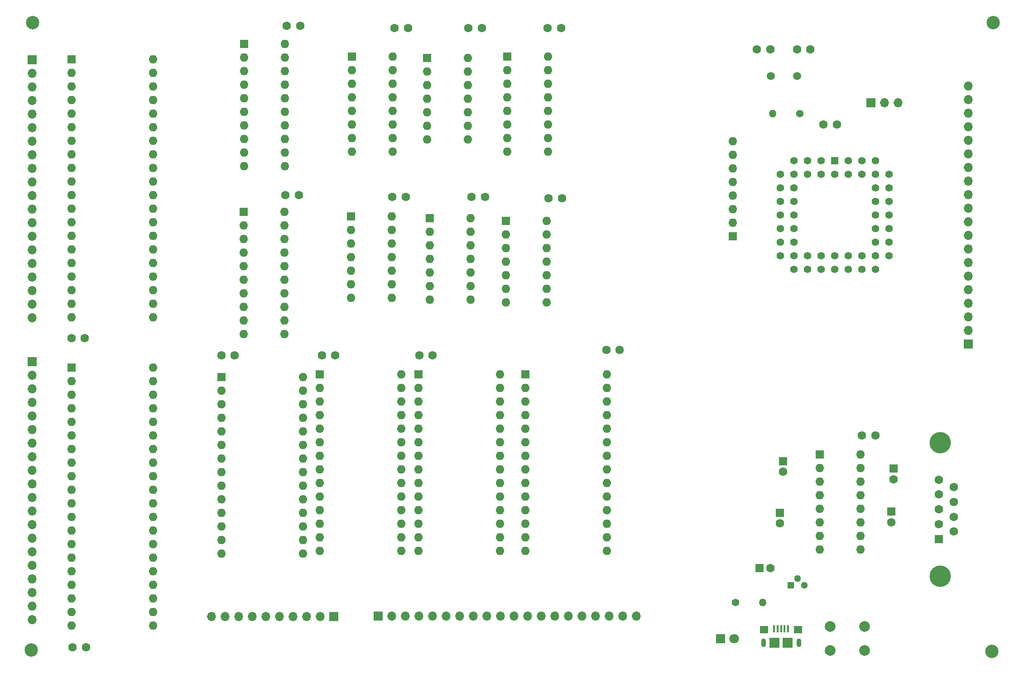
<source format=gbr>
%TF.GenerationSoftware,KiCad,Pcbnew,6.0.2+dfsg-1*%
%TF.CreationDate,2022-08-31T22:20:19-04:00*%
%TF.ProjectId,68hc11,36386863-3131-42e6-9b69-6361645f7063,1.03*%
%TF.SameCoordinates,Original*%
%TF.FileFunction,Soldermask,Top*%
%TF.FilePolarity,Negative*%
%FSLAX46Y46*%
G04 Gerber Fmt 4.6, Leading zero omitted, Abs format (unit mm)*
G04 Created by KiCad (PCBNEW 6.0.2+dfsg-1) date 2022-08-31 22:20:19*
%MOMM*%
%LPD*%
G01*
G04 APERTURE LIST*
%ADD10C,2.500000*%
%ADD11C,1.600000*%
%ADD12R,1.600000X1.600000*%
%ADD13O,1.600000X1.600000*%
%ADD14R,1.700000X1.700000*%
%ADD15O,1.700000X1.700000*%
%ADD16C,1.400000*%
%ADD17O,1.400000X1.400000*%
%ADD18R,0.400000X1.350000*%
%ADD19R,1.600000X1.400000*%
%ADD20O,0.900000X1.600000*%
%ADD21R,1.900000X1.900000*%
%ADD22R,1.422400X1.422400*%
%ADD23C,1.422400*%
%ADD24C,2.000000*%
%ADD25C,4.000000*%
%ADD26C,1.500000*%
%ADD27R,1.300000X1.300000*%
%ADD28C,1.300000*%
%ADD29R,1.800000X1.800000*%
%ADD30C,1.800000*%
G04 APERTURE END LIST*
D10*
%TO.C,H4*%
X34798000Y-146304000D03*
%TD*%
%TO.C,H3*%
X214376000Y-146558000D03*
%TD*%
%TO.C,H2*%
X214630000Y-28956000D03*
%TD*%
%TO.C,H1*%
X35052000Y-28956000D03*
%TD*%
D11*
%TO.C,C23*%
X42550000Y-145800000D03*
X45050000Y-145800000D03*
%TD*%
D12*
%TO.C,U8*%
X127200000Y-94800000D03*
D13*
X127200000Y-97340000D03*
X127200000Y-99880000D03*
X127200000Y-102420000D03*
X127200000Y-104960000D03*
X127200000Y-107500000D03*
X127200000Y-110040000D03*
X127200000Y-112580000D03*
X127200000Y-115120000D03*
X127200000Y-117660000D03*
X127200000Y-120200000D03*
X127200000Y-122740000D03*
X127200000Y-125280000D03*
X127200000Y-127820000D03*
X142440000Y-127820000D03*
X142440000Y-125280000D03*
X142440000Y-122740000D03*
X142440000Y-120200000D03*
X142440000Y-117660000D03*
X142440000Y-115120000D03*
X142440000Y-112580000D03*
X142440000Y-110040000D03*
X142440000Y-107500000D03*
X142440000Y-104960000D03*
X142440000Y-102420000D03*
X142440000Y-99880000D03*
X142440000Y-97340000D03*
X142440000Y-94800000D03*
%TD*%
D11*
%TO.C,C12*%
X178000000Y-34000000D03*
X180500000Y-34000000D03*
%TD*%
D14*
%TO.C,JP4*%
X191800000Y-44000000D03*
D15*
X194340000Y-44000000D03*
X196880000Y-44000000D03*
%TD*%
D11*
%TO.C,C5*%
X182950000Y-48000000D03*
X185450000Y-48000000D03*
%TD*%
D12*
%TO.C,U7*%
X107200000Y-94800000D03*
D13*
X107200000Y-97340000D03*
X107200000Y-99880000D03*
X107200000Y-102420000D03*
X107200000Y-104960000D03*
X107200000Y-107500000D03*
X107200000Y-110040000D03*
X107200000Y-112580000D03*
X107200000Y-115120000D03*
X107200000Y-117660000D03*
X107200000Y-120200000D03*
X107200000Y-122740000D03*
X107200000Y-125280000D03*
X107200000Y-127820000D03*
X122440000Y-127820000D03*
X122440000Y-125280000D03*
X122440000Y-122740000D03*
X122440000Y-120200000D03*
X122440000Y-117660000D03*
X122440000Y-115120000D03*
X122440000Y-112580000D03*
X122440000Y-110040000D03*
X122440000Y-107500000D03*
X122440000Y-104960000D03*
X122440000Y-102420000D03*
X122440000Y-99880000D03*
X122440000Y-97340000D03*
X122440000Y-94800000D03*
%TD*%
D14*
%TO.C,J11*%
X99680000Y-140000000D03*
D15*
X102220000Y-140000000D03*
X104760000Y-140000000D03*
X107300000Y-140000000D03*
X109840000Y-140000000D03*
X112380000Y-140000000D03*
X114920000Y-140000000D03*
X117460000Y-140000000D03*
X120000000Y-140000000D03*
X122540000Y-140000000D03*
X125080000Y-140000000D03*
X127620000Y-140000000D03*
X130160000Y-140000000D03*
X132700000Y-140000000D03*
X135240000Y-140000000D03*
X137780000Y-140000000D03*
X140320000Y-140000000D03*
X142860000Y-140000000D03*
X145400000Y-140000000D03*
X147940000Y-140000000D03*
%TD*%
D11*
%TO.C,C4*%
X82600000Y-29600000D03*
X85100000Y-29600000D03*
%TD*%
%TO.C,C19*%
X117150000Y-61600000D03*
X119650000Y-61600000D03*
%TD*%
%TO.C,C10*%
X102750000Y-30000000D03*
X105250000Y-30000000D03*
%TD*%
%TO.C,C9*%
X190150000Y-106200000D03*
X192650000Y-106200000D03*
%TD*%
D12*
%TO.C,U12*%
X108800000Y-35575000D03*
D13*
X108800000Y-38115000D03*
X108800000Y-40655000D03*
X108800000Y-43195000D03*
X108800000Y-45735000D03*
X108800000Y-48275000D03*
X108800000Y-50815000D03*
X116420000Y-50815000D03*
X116420000Y-48275000D03*
X116420000Y-45735000D03*
X116420000Y-43195000D03*
X116420000Y-40655000D03*
X116420000Y-38115000D03*
X116420000Y-35575000D03*
%TD*%
D16*
%TO.C,R2*%
X178540000Y-46000000D03*
D17*
X173460000Y-46000000D03*
%TD*%
D11*
%TO.C,C21*%
X116550000Y-30000000D03*
X119050000Y-30000000D03*
%TD*%
%TO.C,C18*%
X102330000Y-61600000D03*
X104830000Y-61600000D03*
%TD*%
%TO.C,C6*%
X70350000Y-91200000D03*
X72850000Y-91200000D03*
%TD*%
D12*
%TO.C,U9*%
X182200000Y-109725000D03*
D13*
X182200000Y-112265000D03*
X182200000Y-114805000D03*
X182200000Y-117345000D03*
X182200000Y-119885000D03*
X182200000Y-122425000D03*
X182200000Y-124965000D03*
X182200000Y-127505000D03*
X189820000Y-127505000D03*
X189820000Y-124965000D03*
X189820000Y-122425000D03*
X189820000Y-119885000D03*
X189820000Y-117345000D03*
X189820000Y-114805000D03*
X189820000Y-112265000D03*
X189820000Y-109725000D03*
%TD*%
D12*
%TO.C,C13*%
X196000000Y-112400000D03*
D11*
X196000000Y-114400000D03*
%TD*%
D12*
%TO.C,RN1*%
X166000000Y-68900000D03*
D13*
X166000000Y-66360000D03*
X166000000Y-63820000D03*
X166000000Y-61280000D03*
X166000000Y-58740000D03*
X166000000Y-56200000D03*
X166000000Y-53660000D03*
X166000000Y-51120000D03*
%TD*%
D12*
%TO.C,C1*%
X171000000Y-131000000D03*
D11*
X173000000Y-131000000D03*
%TD*%
D18*
%TO.C,J1*%
X173700000Y-142325000D03*
X174350000Y-142325000D03*
X175000000Y-142325000D03*
X175650000Y-142325000D03*
X176300000Y-142325000D03*
D19*
X171800000Y-142550000D03*
D20*
X171700000Y-145000000D03*
D21*
X173800000Y-145000000D03*
D20*
X178300000Y-145000000D03*
D19*
X178200000Y-142550000D03*
D21*
X176200000Y-145000000D03*
%TD*%
D12*
%TO.C,C15*%
X195600000Y-120444900D03*
D11*
X195600000Y-122444900D03*
%TD*%
D22*
%TO.C,U1*%
X185000000Y-54840000D03*
D23*
X185000000Y-57380000D03*
X182460000Y-54840000D03*
X182460000Y-57380000D03*
X179920000Y-54840000D03*
X179920000Y-57380000D03*
X177380000Y-54840000D03*
X174840000Y-57380000D03*
X177380000Y-57380000D03*
X174840000Y-59920000D03*
X177380000Y-59920000D03*
X174840000Y-62460000D03*
X177380000Y-62460000D03*
X174840000Y-65000000D03*
X177380000Y-65000000D03*
X174840000Y-67540000D03*
X177380000Y-67540000D03*
X174840000Y-70080000D03*
X177380000Y-70080000D03*
X174840000Y-72620000D03*
X177380000Y-75160000D03*
X177380000Y-72620000D03*
X179920000Y-75160000D03*
X179920000Y-72620000D03*
X182460000Y-75160000D03*
X182460000Y-72620000D03*
X185000000Y-75160000D03*
X185000000Y-72620000D03*
X187540000Y-75160000D03*
X187540000Y-72620000D03*
X190080000Y-75160000D03*
X190080000Y-72620000D03*
X192620000Y-75160000D03*
X195160000Y-72620000D03*
X192620000Y-72620000D03*
X195160000Y-70080000D03*
X192620000Y-70080000D03*
X195160000Y-67540000D03*
X192620000Y-67540000D03*
X195160000Y-65000000D03*
X192620000Y-65000000D03*
X195160000Y-62460000D03*
X192620000Y-62460000D03*
X195160000Y-59920000D03*
X192620000Y-59920000D03*
X195160000Y-57380000D03*
X192620000Y-54840000D03*
X192620000Y-57380000D03*
X190080000Y-54840000D03*
X190080000Y-57380000D03*
X187540000Y-54840000D03*
X187540000Y-57380000D03*
%TD*%
D11*
%TO.C,C22*%
X89150000Y-91200000D03*
X91650000Y-91200000D03*
%TD*%
%TO.C,C2*%
X42350000Y-88000000D03*
X44850000Y-88000000D03*
%TD*%
D12*
%TO.C,U3*%
X74580000Y-64375000D03*
D13*
X74580000Y-66915000D03*
X74580000Y-69455000D03*
X74580000Y-71995000D03*
X74580000Y-74535000D03*
X74580000Y-77075000D03*
X74580000Y-79615000D03*
X74580000Y-82155000D03*
X74580000Y-84695000D03*
X74580000Y-87235000D03*
X82200000Y-87235000D03*
X82200000Y-84695000D03*
X82200000Y-82155000D03*
X82200000Y-79615000D03*
X82200000Y-77075000D03*
X82200000Y-74535000D03*
X82200000Y-71995000D03*
X82200000Y-69455000D03*
X82200000Y-66915000D03*
X82200000Y-64375000D03*
%TD*%
D11*
%TO.C,C20*%
X131550000Y-61800000D03*
X134050000Y-61800000D03*
%TD*%
D12*
%TO.C,C14*%
X175400000Y-111000000D03*
D11*
X175400000Y-113000000D03*
%TD*%
D24*
%TO.C,SW1*%
X190650000Y-141950000D03*
X184150000Y-141950000D03*
X184150000Y-146450000D03*
X190650000Y-146450000D03*
%TD*%
D14*
%TO.C,J5*%
X35025000Y-35900000D03*
D15*
X35025000Y-38440000D03*
X35025000Y-40980000D03*
X35025000Y-43520000D03*
X35025000Y-46060000D03*
X35025000Y-48600000D03*
X35025000Y-51140000D03*
X35025000Y-53680000D03*
X35025000Y-56220000D03*
X35025000Y-58760000D03*
X35025000Y-61300000D03*
X35025000Y-63840000D03*
X35025000Y-66380000D03*
X35025000Y-68920000D03*
X35025000Y-71460000D03*
X35025000Y-74000000D03*
X35025000Y-76540000D03*
X35025000Y-79080000D03*
X35025000Y-81620000D03*
X35025000Y-84160000D03*
%TD*%
D14*
%TO.C,J4*%
X209975000Y-89100000D03*
D15*
X209975000Y-86560000D03*
X209975000Y-84020000D03*
X209975000Y-81480000D03*
X209975000Y-78940000D03*
X209975000Y-76400000D03*
X209975000Y-73860000D03*
X209975000Y-71320000D03*
X209975000Y-68780000D03*
X209975000Y-66240000D03*
X209975000Y-63700000D03*
X209975000Y-61160000D03*
X209975000Y-58620000D03*
X209975000Y-56080000D03*
X209975000Y-53540000D03*
X209975000Y-51000000D03*
X209975000Y-48460000D03*
X209975000Y-45920000D03*
X209975000Y-43380000D03*
X209975000Y-40840000D03*
%TD*%
D25*
%TO.C,J2*%
X204794700Y-107510000D03*
X204794700Y-132510000D03*
D12*
X204494700Y-125550000D03*
D11*
X204494700Y-122780000D03*
X204494700Y-120010000D03*
X204494700Y-117240000D03*
X204494700Y-114470000D03*
X207334700Y-124165000D03*
X207334700Y-121395000D03*
X207334700Y-118625000D03*
X207334700Y-115855000D03*
%TD*%
D12*
%TO.C,U11*%
X123800000Y-35325000D03*
D13*
X123800000Y-37865000D03*
X123800000Y-40405000D03*
X123800000Y-42945000D03*
X123800000Y-45485000D03*
X123800000Y-48025000D03*
X123800000Y-50565000D03*
X123800000Y-53105000D03*
X131420000Y-53105000D03*
X131420000Y-50565000D03*
X131420000Y-48025000D03*
X131420000Y-45485000D03*
X131420000Y-42945000D03*
X131420000Y-40405000D03*
X131420000Y-37865000D03*
X131420000Y-35325000D03*
%TD*%
D11*
%TO.C,C17*%
X131350000Y-30000000D03*
X133850000Y-30000000D03*
%TD*%
D14*
%TO.C,J8*%
X35000000Y-92360000D03*
D15*
X35000000Y-94900000D03*
X35000000Y-97440000D03*
X35000000Y-99980000D03*
X35000000Y-102520000D03*
X35000000Y-105060000D03*
X35000000Y-107600000D03*
X35000000Y-110140000D03*
X35000000Y-112680000D03*
X35000000Y-115220000D03*
X35000000Y-117760000D03*
X35000000Y-120300000D03*
X35000000Y-122840000D03*
X35000000Y-125380000D03*
X35000000Y-127920000D03*
X35000000Y-130460000D03*
X35000000Y-133000000D03*
X35000000Y-135540000D03*
X35000000Y-138080000D03*
X35000000Y-140620000D03*
%TD*%
D11*
%TO.C,C8*%
X142350000Y-90200000D03*
X144850000Y-90200000D03*
%TD*%
D12*
%TO.C,U16*%
X88800000Y-94800000D03*
D13*
X88800000Y-97340000D03*
X88800000Y-99880000D03*
X88800000Y-102420000D03*
X88800000Y-104960000D03*
X88800000Y-107500000D03*
X88800000Y-110040000D03*
X88800000Y-112580000D03*
X88800000Y-115120000D03*
X88800000Y-117660000D03*
X88800000Y-120200000D03*
X88800000Y-122740000D03*
X88800000Y-125280000D03*
X88800000Y-127820000D03*
X104040000Y-127820000D03*
X104040000Y-125280000D03*
X104040000Y-122740000D03*
X104040000Y-120200000D03*
X104040000Y-117660000D03*
X104040000Y-115120000D03*
X104040000Y-112580000D03*
X104040000Y-110040000D03*
X104040000Y-107500000D03*
X104040000Y-104960000D03*
X104040000Y-102420000D03*
X104040000Y-99880000D03*
X104040000Y-97340000D03*
X104040000Y-94800000D03*
%TD*%
D12*
%TO.C,U6*%
X70400000Y-95250000D03*
D13*
X70400000Y-97790000D03*
X70400000Y-100330000D03*
X70400000Y-102870000D03*
X70400000Y-105410000D03*
X70400000Y-107950000D03*
X70400000Y-110490000D03*
X70400000Y-113030000D03*
X70400000Y-115570000D03*
X70400000Y-118110000D03*
X70400000Y-120650000D03*
X70400000Y-123190000D03*
X70400000Y-125730000D03*
X70400000Y-128270000D03*
X85640000Y-128270000D03*
X85640000Y-125730000D03*
X85640000Y-123190000D03*
X85640000Y-120650000D03*
X85640000Y-118110000D03*
X85640000Y-115570000D03*
X85640000Y-113030000D03*
X85640000Y-110490000D03*
X85640000Y-107950000D03*
X85640000Y-105410000D03*
X85640000Y-102870000D03*
X85640000Y-100330000D03*
X85640000Y-97790000D03*
X85640000Y-95250000D03*
%TD*%
D12*
%TO.C,U4*%
X74600000Y-32960000D03*
D13*
X74600000Y-35500000D03*
X74600000Y-38040000D03*
X74600000Y-40580000D03*
X74600000Y-43120000D03*
X74600000Y-45660000D03*
X74600000Y-48200000D03*
X74600000Y-50740000D03*
X74600000Y-53280000D03*
X74600000Y-55820000D03*
X82220000Y-55820000D03*
X82220000Y-53280000D03*
X82220000Y-50740000D03*
X82220000Y-48200000D03*
X82220000Y-45660000D03*
X82220000Y-43120000D03*
X82220000Y-40580000D03*
X82220000Y-38040000D03*
X82220000Y-35500000D03*
X82220000Y-32960000D03*
%TD*%
D12*
%TO.C,U17*%
X42375000Y-93475000D03*
D13*
X42375000Y-96015000D03*
X42375000Y-98555000D03*
X42375000Y-101095000D03*
X42375000Y-103635000D03*
X42375000Y-106175000D03*
X42375000Y-108715000D03*
X42375000Y-111255000D03*
X42375000Y-113795000D03*
X42375000Y-116335000D03*
X42375000Y-118875000D03*
X42375000Y-121415000D03*
X42375000Y-123955000D03*
X42375000Y-126495000D03*
X42375000Y-129035000D03*
X42375000Y-131575000D03*
X42375000Y-134115000D03*
X42375000Y-136655000D03*
X42375000Y-139195000D03*
X42375000Y-141735000D03*
X57615000Y-141735000D03*
X57615000Y-139195000D03*
X57615000Y-136655000D03*
X57615000Y-134115000D03*
X57615000Y-131575000D03*
X57615000Y-129035000D03*
X57615000Y-126495000D03*
X57615000Y-123955000D03*
X57615000Y-121415000D03*
X57615000Y-118875000D03*
X57615000Y-116335000D03*
X57615000Y-113795000D03*
X57615000Y-111255000D03*
X57615000Y-108715000D03*
X57615000Y-106175000D03*
X57615000Y-103635000D03*
X57615000Y-101095000D03*
X57615000Y-98555000D03*
X57615000Y-96015000D03*
X57615000Y-93475000D03*
%TD*%
D12*
%TO.C,C16*%
X174800000Y-120644900D03*
D11*
X174800000Y-122644900D03*
%TD*%
%TO.C,C3*%
X82350000Y-61200000D03*
X84850000Y-61200000D03*
%TD*%
D16*
%TO.C,R1*%
X166460000Y-137400000D03*
D17*
X171540000Y-137400000D03*
%TD*%
D11*
%TO.C,C7*%
X107350000Y-91200000D03*
X109850000Y-91200000D03*
%TD*%
D26*
%TO.C,Y1*%
X173120000Y-39000000D03*
X178000000Y-39000000D03*
%TD*%
D11*
%TO.C,C11*%
X173000000Y-34000000D03*
X170500000Y-34000000D03*
%TD*%
D14*
%TO.C,J7*%
X91400000Y-140025000D03*
D15*
X88860000Y-140025000D03*
X86320000Y-140025000D03*
X83780000Y-140025000D03*
X81240000Y-140025000D03*
X78700000Y-140025000D03*
X76160000Y-140025000D03*
X73620000Y-140025000D03*
X71080000Y-140025000D03*
X68540000Y-140025000D03*
%TD*%
D12*
%TO.C,U2*%
X42375000Y-35875000D03*
D13*
X42375000Y-38415000D03*
X42375000Y-40955000D03*
X42375000Y-43495000D03*
X42375000Y-46035000D03*
X42375000Y-48575000D03*
X42375000Y-51115000D03*
X42375000Y-53655000D03*
X42375000Y-56195000D03*
X42375000Y-58735000D03*
X42375000Y-61275000D03*
X42375000Y-63815000D03*
X42375000Y-66355000D03*
X42375000Y-68895000D03*
X42375000Y-71435000D03*
X42375000Y-73975000D03*
X42375000Y-76515000D03*
X42375000Y-79055000D03*
X42375000Y-81595000D03*
X42375000Y-84135000D03*
X57615000Y-84135000D03*
X57615000Y-81595000D03*
X57615000Y-79055000D03*
X57615000Y-76515000D03*
X57615000Y-73975000D03*
X57615000Y-71435000D03*
X57615000Y-68895000D03*
X57615000Y-66355000D03*
X57615000Y-63815000D03*
X57615000Y-61275000D03*
X57615000Y-58735000D03*
X57615000Y-56195000D03*
X57615000Y-53655000D03*
X57615000Y-51115000D03*
X57615000Y-48575000D03*
X57615000Y-46035000D03*
X57615000Y-43495000D03*
X57615000Y-40955000D03*
X57615000Y-38415000D03*
X57615000Y-35875000D03*
%TD*%
D12*
%TO.C,U13*%
X94580000Y-65175000D03*
D13*
X94580000Y-67715000D03*
X94580000Y-70255000D03*
X94580000Y-72795000D03*
X94580000Y-75335000D03*
X94580000Y-77875000D03*
X94580000Y-80415000D03*
X102200000Y-80415000D03*
X102200000Y-77875000D03*
X102200000Y-75335000D03*
X102200000Y-72795000D03*
X102200000Y-70255000D03*
X102200000Y-67715000D03*
X102200000Y-65175000D03*
%TD*%
D12*
%TO.C,U15*%
X123580000Y-66060000D03*
D13*
X123580000Y-68600000D03*
X123580000Y-71140000D03*
X123580000Y-73680000D03*
X123580000Y-76220000D03*
X123580000Y-78760000D03*
X123580000Y-81300000D03*
X131200000Y-81300000D03*
X131200000Y-78760000D03*
X131200000Y-76220000D03*
X131200000Y-73680000D03*
X131200000Y-71140000D03*
X131200000Y-68600000D03*
X131200000Y-66060000D03*
%TD*%
D27*
%TO.C,U10*%
X176800000Y-134200000D03*
D28*
X178070000Y-132930000D03*
X179340000Y-134200000D03*
%TD*%
D29*
%TO.C,D1*%
X163725000Y-144200000D03*
D30*
X166265000Y-144200000D03*
%TD*%
D12*
%TO.C,U14*%
X109380000Y-65575000D03*
D13*
X109380000Y-68115000D03*
X109380000Y-70655000D03*
X109380000Y-73195000D03*
X109380000Y-75735000D03*
X109380000Y-78275000D03*
X109380000Y-80815000D03*
X117000000Y-80815000D03*
X117000000Y-78275000D03*
X117000000Y-75735000D03*
X117000000Y-73195000D03*
X117000000Y-70655000D03*
X117000000Y-68115000D03*
X117000000Y-65575000D03*
%TD*%
D12*
%TO.C,U5*%
X94800000Y-35325000D03*
D13*
X94800000Y-37865000D03*
X94800000Y-40405000D03*
X94800000Y-42945000D03*
X94800000Y-45485000D03*
X94800000Y-48025000D03*
X94800000Y-50565000D03*
X94800000Y-53105000D03*
X102420000Y-53105000D03*
X102420000Y-50565000D03*
X102420000Y-48025000D03*
X102420000Y-45485000D03*
X102420000Y-42945000D03*
X102420000Y-40405000D03*
X102420000Y-37865000D03*
X102420000Y-35325000D03*
%TD*%
M02*

</source>
